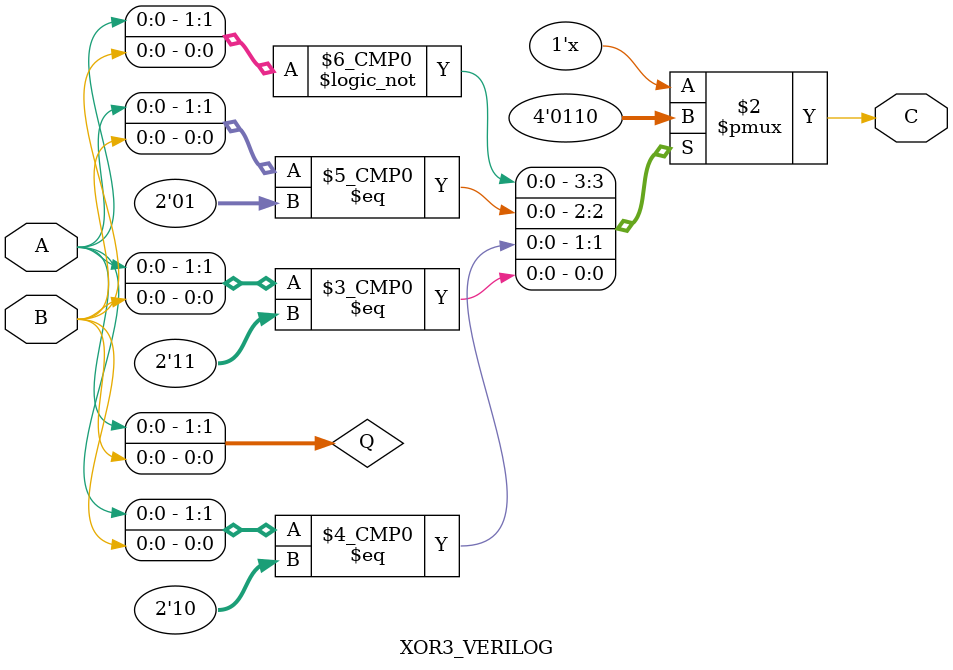
<source format=v>
module XOR3_VERILOG(A, B, C);

    input A;
    input B;
    output C;

    reg    C;

    wire [1:0] Q;

    assign Q = {A, B};

    always @(Q) begin
        case (Q)
            2'b00:   C = 1'b0;
            2'b01:   C = 1'b1;
            2'b10:   C = 1'b1;
            2'b11:   C = 1'b0;
            default: C = 1'b0;
        endcase
    end

endmodule

</source>
